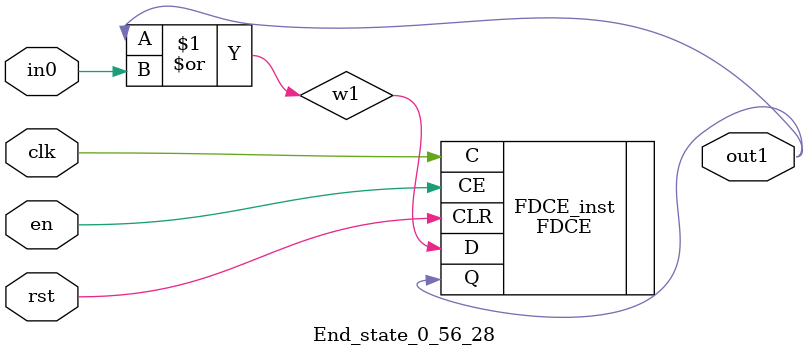
<source format=v>
module engine_0_56(out,clk,sod,en, in_115, in_0, in_3, in_4, in_5, in_7, in_12, in_15, in_17, in_18, in_25, in_30, in_31, in_35, in_36, in_56, in_63, in_66);
//pcre: /^Location\x3a[^\n]*file\x3a\x2f\x2f127\x2e0\x2e0\x2e1/Hmi
//block char: 7[0], ^[9], N[0], O[0], L[0], I[0], \x2E[8], a[0], e[0], c[0], \x2F[8], t[0], .[7], f[0], \x3A[8], 2[0], 0[0], 1[0], 

	input clk,sod,en;

	input in_115, in_0, in_3, in_4, in_5, in_7, in_12, in_15, in_17, in_18, in_25, in_30, in_31, in_35, in_36, in_56, in_63, in_66;
	output out;

	assign w0 = 1'b1;
	state_0_56_1 BlockState_0_56_1 (w1,in_0,clk,en,sod,w0);
	state_0_56_2 BlockState_0_56_2 (w2,in_5,clk,en,sod,w1);
	state_0_56_3 BlockState_0_56_3 (w3,in_4,clk,en,sod,w2);
	state_0_56_4 BlockState_0_56_4 (w4,in_18,clk,en,sod,w3);
	state_0_56_5 BlockState_0_56_5 (w5,in_15,clk,en,sod,w4);
	state_0_56_6 BlockState_0_56_6 (w6,in_30,clk,en,sod,w5);
	state_0_56_7 BlockState_0_56_7 (w7,in_7,clk,en,sod,w6);
	state_0_56_8 BlockState_0_56_8 (w8,in_4,clk,en,sod,w7);
	state_0_56_9 BlockState_0_56_9 (w9,in_3,clk,en,sod,w8);
	state_0_56_10 BlockState_0_56_10 (w10,in_36,clk,en,sod,w9);
	state_0_56_11 BlockState_0_56_11 (w11,in_31,clk,en,sod,w11,w10);
	state_0_56_12 BlockState_0_56_12 (w12,in_35,clk,en,sod,w10,w11);
	state_0_56_13 BlockState_0_56_13 (w13,in_7,clk,en,sod,w12);
	state_0_56_14 BlockState_0_56_14 (w14,in_5,clk,en,sod,w13);
	state_0_56_15 BlockState_0_56_15 (w15,in_17,clk,en,sod,w14);
	state_0_56_16 BlockState_0_56_16 (w16,in_36,clk,en,sod,w15);
	state_0_56_17 BlockState_0_56_17 (w17,in_25,clk,en,sod,w16);
	state_0_56_18 BlockState_0_56_18 (w18,in_25,clk,en,sod,w17);
	state_0_56_19 BlockState_0_56_19 (w19,in_66,clk,en,sod,w18);
	state_0_56_20 BlockState_0_56_20 (w20,in_56,clk,en,sod,w19);
	state_0_56_21 BlockState_0_56_21 (w21,in_115,clk,en,sod,w20);
	state_0_56_22 BlockState_0_56_22 (w22,in_12,clk,en,sod,w21);
	state_0_56_23 BlockState_0_56_23 (w23,in_63,clk,en,sod,w22);
	state_0_56_24 BlockState_0_56_24 (w24,in_12,clk,en,sod,w23);
	state_0_56_25 BlockState_0_56_25 (w25,in_63,clk,en,sod,w24);
	state_0_56_26 BlockState_0_56_26 (w26,in_12,clk,en,sod,w25);
	state_0_56_27 BlockState_0_56_27 (w27,in_66,clk,en,sod,w26);
	End_state_0_56_28 BlockState_0_56_28 (out,clk,en,sod,w27);
endmodule

module state_0_56_1(out1,in_char,clk,en,rst,in0);
	input in_char,clk,en,rst,in0;
	output out1;
	wire w1,w2;
	assign w1 = in0; 
	and(w2,in_char,w1);
	FDCE #(.INIT(1'b0)) FDCE_inst (
		.Q(out1),
		.C(clk),
		.CE(en),
		.CLR(rst),
		.D(w2)
);
endmodule

module state_0_56_2(out1,in_char,clk,en,rst,in0);
	input in_char,clk,en,rst,in0;
	output out1;
	wire w1,w2;
	assign w1 = in0; 
	and(w2,in_char,w1);
	FDCE #(.INIT(1'b0)) FDCE_inst (
		.Q(out1),
		.C(clk),
		.CE(en),
		.CLR(rst),
		.D(w2)
);
endmodule

module state_0_56_3(out1,in_char,clk,en,rst,in0);
	input in_char,clk,en,rst,in0;
	output out1;
	wire w1,w2;
	assign w1 = in0; 
	and(w2,in_char,w1);
	FDCE #(.INIT(1'b0)) FDCE_inst (
		.Q(out1),
		.C(clk),
		.CE(en),
		.CLR(rst),
		.D(w2)
);
endmodule

module state_0_56_4(out1,in_char,clk,en,rst,in0);
	input in_char,clk,en,rst,in0;
	output out1;
	wire w1,w2;
	assign w1 = in0; 
	and(w2,in_char,w1);
	FDCE #(.INIT(1'b0)) FDCE_inst (
		.Q(out1),
		.C(clk),
		.CE(en),
		.CLR(rst),
		.D(w2)
);
endmodule

module state_0_56_5(out1,in_char,clk,en,rst,in0);
	input in_char,clk,en,rst,in0;
	output out1;
	wire w1,w2;
	assign w1 = in0; 
	and(w2,in_char,w1);
	FDCE #(.INIT(1'b0)) FDCE_inst (
		.Q(out1),
		.C(clk),
		.CE(en),
		.CLR(rst),
		.D(w2)
);
endmodule

module state_0_56_6(out1,in_char,clk,en,rst,in0);
	input in_char,clk,en,rst,in0;
	output out1;
	wire w1,w2;
	assign w1 = in0; 
	and(w2,in_char,w1);
	FDCE #(.INIT(1'b0)) FDCE_inst (
		.Q(out1),
		.C(clk),
		.CE(en),
		.CLR(rst),
		.D(w2)
);
endmodule

module state_0_56_7(out1,in_char,clk,en,rst,in0);
	input in_char,clk,en,rst,in0;
	output out1;
	wire w1,w2;
	assign w1 = in0; 
	and(w2,in_char,w1);
	FDCE #(.INIT(1'b0)) FDCE_inst (
		.Q(out1),
		.C(clk),
		.CE(en),
		.CLR(rst),
		.D(w2)
);
endmodule

module state_0_56_8(out1,in_char,clk,en,rst,in0);
	input in_char,clk,en,rst,in0;
	output out1;
	wire w1,w2;
	assign w1 = in0; 
	and(w2,in_char,w1);
	FDCE #(.INIT(1'b0)) FDCE_inst (
		.Q(out1),
		.C(clk),
		.CE(en),
		.CLR(rst),
		.D(w2)
);
endmodule

module state_0_56_9(out1,in_char,clk,en,rst,in0);
	input in_char,clk,en,rst,in0;
	output out1;
	wire w1,w2;
	assign w1 = in0; 
	and(w2,in_char,w1);
	FDCE #(.INIT(1'b0)) FDCE_inst (
		.Q(out1),
		.C(clk),
		.CE(en),
		.CLR(rst),
		.D(w2)
);
endmodule

module state_0_56_10(out1,in_char,clk,en,rst,in0);
	input in_char,clk,en,rst,in0;
	output out1;
	wire w1,w2;
	assign w1 = in0; 
	and(w2,in_char,w1);
	FDCE #(.INIT(1'b0)) FDCE_inst (
		.Q(out1),
		.C(clk),
		.CE(en),
		.CLR(rst),
		.D(w2)
);
endmodule

module state_0_56_11(out1,in_char,clk,en,rst,in0,in1);
	input in_char,clk,en,rst,in0,in1;
	output out1;
	wire w1,w2;
	or(w1,in0,in1);
	and(w2,in_char,w1);
	FDCE #(.INIT(1'b0)) FDCE_inst (
		.Q(out1),
		.C(clk),
		.CE(en),
		.CLR(rst),
		.D(w2)
);
endmodule

module state_0_56_12(out1,in_char,clk,en,rst,in0,in1);
	input in_char,clk,en,rst,in0,in1;
	output out1;
	wire w1,w2;
	or(w1,in0,in1);
	and(w2,in_char,w1);
	FDCE #(.INIT(1'b0)) FDCE_inst (
		.Q(out1),
		.C(clk),
		.CE(en),
		.CLR(rst),
		.D(w2)
);
endmodule

module state_0_56_13(out1,in_char,clk,en,rst,in0);
	input in_char,clk,en,rst,in0;
	output out1;
	wire w1,w2;
	assign w1 = in0; 
	and(w2,in_char,w1);
	FDCE #(.INIT(1'b0)) FDCE_inst (
		.Q(out1),
		.C(clk),
		.CE(en),
		.CLR(rst),
		.D(w2)
);
endmodule

module state_0_56_14(out1,in_char,clk,en,rst,in0);
	input in_char,clk,en,rst,in0;
	output out1;
	wire w1,w2;
	assign w1 = in0; 
	and(w2,in_char,w1);
	FDCE #(.INIT(1'b0)) FDCE_inst (
		.Q(out1),
		.C(clk),
		.CE(en),
		.CLR(rst),
		.D(w2)
);
endmodule

module state_0_56_15(out1,in_char,clk,en,rst,in0);
	input in_char,clk,en,rst,in0;
	output out1;
	wire w1,w2;
	assign w1 = in0; 
	and(w2,in_char,w1);
	FDCE #(.INIT(1'b0)) FDCE_inst (
		.Q(out1),
		.C(clk),
		.CE(en),
		.CLR(rst),
		.D(w2)
);
endmodule

module state_0_56_16(out1,in_char,clk,en,rst,in0);
	input in_char,clk,en,rst,in0;
	output out1;
	wire w1,w2;
	assign w1 = in0; 
	and(w2,in_char,w1);
	FDCE #(.INIT(1'b0)) FDCE_inst (
		.Q(out1),
		.C(clk),
		.CE(en),
		.CLR(rst),
		.D(w2)
);
endmodule

module state_0_56_17(out1,in_char,clk,en,rst,in0);
	input in_char,clk,en,rst,in0;
	output out1;
	wire w1,w2;
	assign w1 = in0; 
	and(w2,in_char,w1);
	FDCE #(.INIT(1'b0)) FDCE_inst (
		.Q(out1),
		.C(clk),
		.CE(en),
		.CLR(rst),
		.D(w2)
);
endmodule

module state_0_56_18(out1,in_char,clk,en,rst,in0);
	input in_char,clk,en,rst,in0;
	output out1;
	wire w1,w2;
	assign w1 = in0; 
	and(w2,in_char,w1);
	FDCE #(.INIT(1'b0)) FDCE_inst (
		.Q(out1),
		.C(clk),
		.CE(en),
		.CLR(rst),
		.D(w2)
);
endmodule

module state_0_56_19(out1,in_char,clk,en,rst,in0);
	input in_char,clk,en,rst,in0;
	output out1;
	wire w1,w2;
	assign w1 = in0; 
	and(w2,in_char,w1);
	FDCE #(.INIT(1'b0)) FDCE_inst (
		.Q(out1),
		.C(clk),
		.CE(en),
		.CLR(rst),
		.D(w2)
);
endmodule

module state_0_56_20(out1,in_char,clk,en,rst,in0);
	input in_char,clk,en,rst,in0;
	output out1;
	wire w1,w2;
	assign w1 = in0; 
	and(w2,in_char,w1);
	FDCE #(.INIT(1'b0)) FDCE_inst (
		.Q(out1),
		.C(clk),
		.CE(en),
		.CLR(rst),
		.D(w2)
);
endmodule

module state_0_56_21(out1,in_char,clk,en,rst,in0);
	input in_char,clk,en,rst,in0;
	output out1;
	wire w1,w2;
	assign w1 = in0; 
	and(w2,in_char,w1);
	FDCE #(.INIT(1'b0)) FDCE_inst (
		.Q(out1),
		.C(clk),
		.CE(en),
		.CLR(rst),
		.D(w2)
);
endmodule

module state_0_56_22(out1,in_char,clk,en,rst,in0);
	input in_char,clk,en,rst,in0;
	output out1;
	wire w1,w2;
	assign w1 = in0; 
	and(w2,in_char,w1);
	FDCE #(.INIT(1'b0)) FDCE_inst (
		.Q(out1),
		.C(clk),
		.CE(en),
		.CLR(rst),
		.D(w2)
);
endmodule

module state_0_56_23(out1,in_char,clk,en,rst,in0);
	input in_char,clk,en,rst,in0;
	output out1;
	wire w1,w2;
	assign w1 = in0; 
	and(w2,in_char,w1);
	FDCE #(.INIT(1'b0)) FDCE_inst (
		.Q(out1),
		.C(clk),
		.CE(en),
		.CLR(rst),
		.D(w2)
);
endmodule

module state_0_56_24(out1,in_char,clk,en,rst,in0);
	input in_char,clk,en,rst,in0;
	output out1;
	wire w1,w2;
	assign w1 = in0; 
	and(w2,in_char,w1);
	FDCE #(.INIT(1'b0)) FDCE_inst (
		.Q(out1),
		.C(clk),
		.CE(en),
		.CLR(rst),
		.D(w2)
);
endmodule

module state_0_56_25(out1,in_char,clk,en,rst,in0);
	input in_char,clk,en,rst,in0;
	output out1;
	wire w1,w2;
	assign w1 = in0; 
	and(w2,in_char,w1);
	FDCE #(.INIT(1'b0)) FDCE_inst (
		.Q(out1),
		.C(clk),
		.CE(en),
		.CLR(rst),
		.D(w2)
);
endmodule

module state_0_56_26(out1,in_char,clk,en,rst,in0);
	input in_char,clk,en,rst,in0;
	output out1;
	wire w1,w2;
	assign w1 = in0; 
	and(w2,in_char,w1);
	FDCE #(.INIT(1'b0)) FDCE_inst (
		.Q(out1),
		.C(clk),
		.CE(en),
		.CLR(rst),
		.D(w2)
);
endmodule

module state_0_56_27(out1,in_char,clk,en,rst,in0);
	input in_char,clk,en,rst,in0;
	output out1;
	wire w1,w2;
	assign w1 = in0; 
	and(w2,in_char,w1);
	FDCE #(.INIT(1'b0)) FDCE_inst (
		.Q(out1),
		.C(clk),
		.CE(en),
		.CLR(rst),
		.D(w2)
);
endmodule

module End_state_0_56_28(out1,clk,en,rst,in0);
	input clk,rst,en,in0;
	output out1;
	wire w1;
	or(w1,out1,in0);
	FDCE #(.INIT(1'b0)) FDCE_inst (
		.Q(out1),
		.C(clk),
		.CE(en),
		.CLR(rst),
		.D(w1)
);
endmodule


</source>
